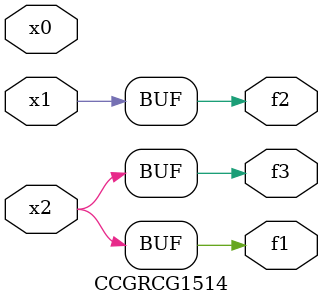
<source format=v>
module CCGRCG1514(
	input x0, x1, x2,
	output f1, f2, f3
);
	assign f1 = x2;
	assign f2 = x1;
	assign f3 = x2;
endmodule

</source>
